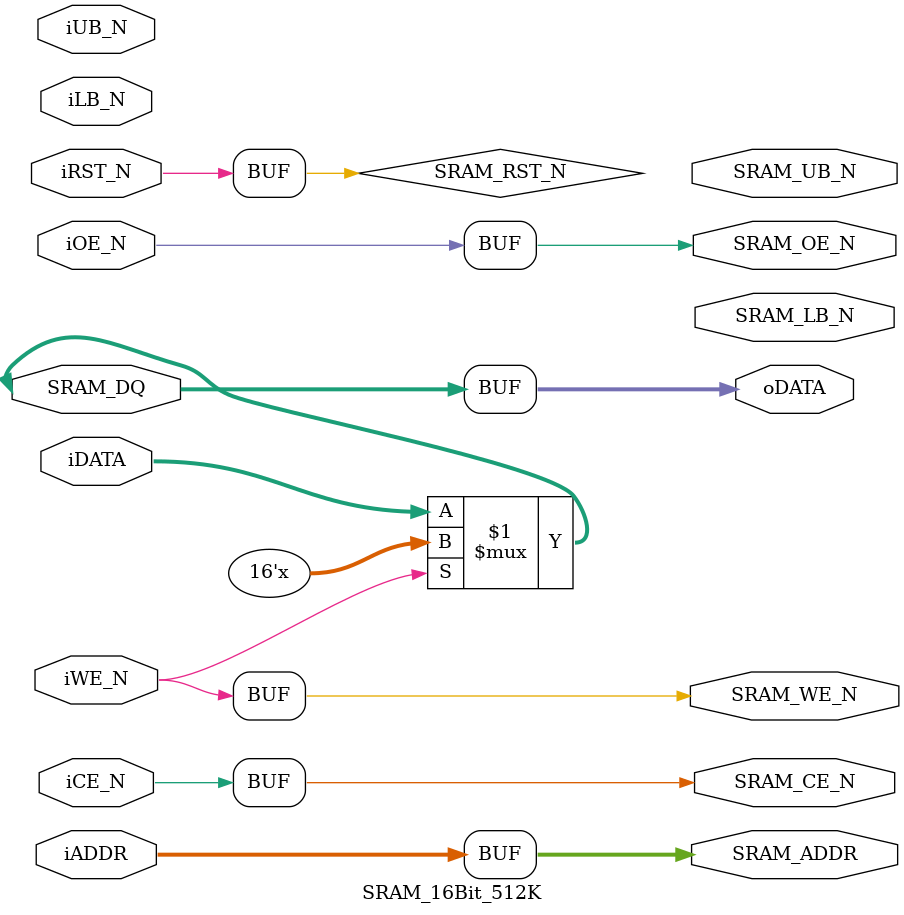
<source format=v>
module	SRAM_16Bit_512K(//	Host Data
						oDATA,iDATA,iADDR,
						iWE_N,iOE_N,
						iCE_N,iRST_N,
						iUB_N,iLB_N,
						//	SRAM
						SRAM_DQ,
						SRAM_ADDR,
						SRAM_UB_N,
						SRAM_LB_N,
						SRAM_WE_N,
						SRAM_CE_N,
						SRAM_OE_N
						);
//	Host Side
input	[15:0]	iDATA;
output	[15:0]	oDATA;
input	[17:0]	iADDR;
input			iWE_N,iOE_N;
input			iCE_N,iRST_N;
input			iUB_N,iLB_N;
//	SRAM Side
inout	[15:0]	SRAM_DQ;
output	[17:0]	SRAM_ADDR;
output			SRAM_UB_N,
				SRAM_LB_N,
				SRAM_WE_N,
				SRAM_CE_N,
				SRAM_OE_N;

assign	SRAM_DQ 	=	SRAM_WE_N ? 16'hzzzz : iDATA;
assign	oDATA		=	SRAM_DQ;
assign	SRAM_ADDR	=	iADDR;
assign	SRAM_WE_N	=	iWE_N;
assign	SRAM_OE_N	=	iOE_N;
assign	SRAM_CE_N	=	iCE_N;
assign	SRAM_RST_N	=	iRST_N;
assign	SRAM_UB_N	=	SRAM_UB_N;
assign	SRAM_LB_N	=	SRAM_LB_N;

endmodule
</source>
